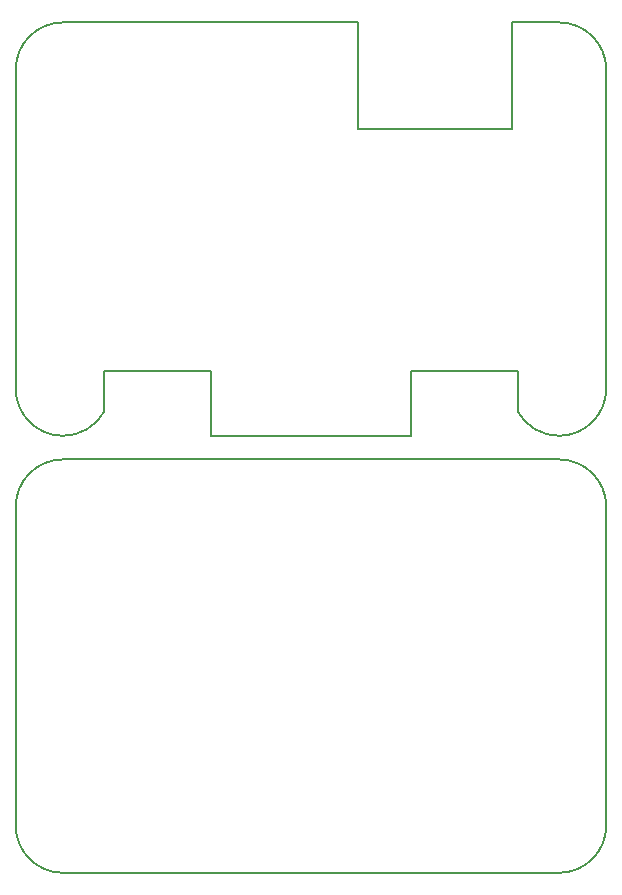
<source format=gbr>
G04 #@! TF.GenerationSoftware,KiCad,Pcbnew,5.0.1*
G04 #@! TF.CreationDate,2018-11-08T11:53:45-05:00*
G04 #@! TF.ProjectId,micromouse,6D6963726F6D6F7573652E6B69636164,rev?*
G04 #@! TF.SameCoordinates,PX8f0d180PY5f5e100*
G04 #@! TF.FileFunction,Profile,NP*
%FSLAX46Y46*%
G04 Gerber Fmt 4.6, Leading zero omitted, Abs format (unit mm)*
G04 Created by KiCad (PCBNEW 5.0.1) date Thu 08 Nov 2018 11:53:45 AM EST*
%MOMM*%
%LPD*%
G01*
G04 APERTURE LIST*
%ADD10C,0.150000*%
G04 APERTURE END LIST*
D10*
X-17501521Y3060762D02*
G75*
G02X-21000000Y1000000I-3498479J1939238D01*
G01*
X-17500000Y3064000D02*
X-17500000Y6500000D01*
X21000000Y1000238D02*
G75*
G02X17500000Y3064000I0J3999762D01*
G01*
X21000000Y36000000D02*
X17000000Y36000000D01*
X17500000Y6500000D02*
X17500000Y3064000D01*
X8500000Y6500000D02*
X17500000Y6500000D01*
X8500000Y1000000D02*
X8500000Y6500000D01*
X-8500000Y1000000D02*
X8500000Y1000000D01*
X-8500000Y6500000D02*
X-8500000Y1000000D01*
X-17500000Y6500000D02*
X-8500000Y6500000D01*
X4000000Y27000000D02*
X4000000Y36000000D01*
X17000000Y27000000D02*
X4000000Y27000000D01*
X17000000Y36000000D02*
X17000000Y27000000D01*
X21000000Y36000000D02*
G75*
G02X25000000Y32000000I0J-4000000D01*
G01*
X25000000Y5000000D02*
G75*
G02X21000000Y1000000I-4000000J0D01*
G01*
X-21000000Y1000000D02*
G75*
G02X-25000000Y5000000I0J4000000D01*
G01*
X-25000000Y32000000D02*
X-25000000Y5000000D01*
X25000000Y32000000D02*
X25000000Y5000000D01*
X-21000000Y36000000D02*
X4000000Y36000000D01*
X-25000000Y32000000D02*
G75*
G02X-21000000Y36000000I4000000J0D01*
G01*
X25000000Y-32000000D02*
G75*
G02X21000000Y-36000000I-4000000J0D01*
G01*
X-21000000Y-36000000D02*
G75*
G02X-25000000Y-32000000I0J4000000D01*
G01*
X-25000000Y-5000000D02*
G75*
G02X-21000000Y-1000000I4000000J0D01*
G01*
X21000000Y-1000000D02*
G75*
G02X25000000Y-5000000I0J-4000000D01*
G01*
X-25000000Y-5000000D02*
X-25000000Y-32000000D01*
X21000000Y-36000000D02*
X-21000000Y-36000000D01*
X25000000Y-5000000D02*
X25000000Y-32000000D01*
X-21000000Y-1000000D02*
X21000000Y-1000000D01*
M02*

</source>
